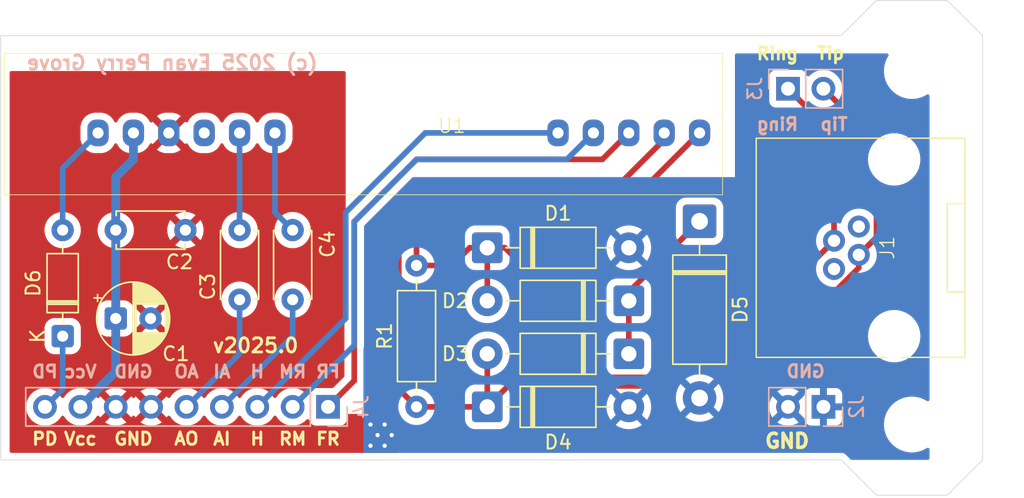
<source format=kicad_pcb>
(kicad_pcb (version 20241229) (generator "pcbnew") (generator_version "9.0")
  (layers (0 "F.Cu" signal) (2 "B.Cu" signal) (13 "F.Paste" user) (15 "B.Paste" user) (5 "F.SilkS" user "F.Silkscreen") (7 "B.SilkS" user "B.Silkscreen") (1 "F.Mask" user) (3 "B.Mask" user) (25 "Edge.Cuts" user))
  (net 0 "")
  (net 1 "/VCC")
  (net 2 "GNDREF")
  (net 3 "/Audio_Out")
  (net 4 "Net-(U1-Audio_Out)")
  (net 5 "Net-(U1-Audio_In)")
  (net 6 "/Audio_In")
  (net 7 "Net-(D2-K)")
  (net 8 "/PD")
  (net 9 "Net-(D6-A)")
  (net 10 "/Hook")
  (net 11 "/FR")
  (net 12 "/Ring")
  (net 14 "/Tip")
  (net 15 "/Ring_Mode")
  (footprint "Diode_THT:D_DO-41_SOD81_P10.16mm_Horizontal" (layer "F.Cu") (at 148.59 76.2)
    (property "Reference" "D3" (at -2.286 -3.81 0) (layer "F.SilkS"))
    (property "Value" "1N4004")
    (fp_line (start 1.34 0) (end 2.36 0) (stroke (width 0.12)) (layer "F.SilkS"))
    (fp_line (start 3.14 -1.47) (end 3.14 1.47) (stroke (width 0.12)) (layer "F.SilkS"))
    (fp_line (start 3.26 -1.47) (end 3.26 1.47) (stroke (width 0.12)) (layer "F.SilkS"))
    (fp_line (start 3.38 -1.47) (end 3.38 1.47) (stroke (width 0.12)) (layer "F.SilkS"))
    (fp_line (start 8.82 0) (end 7.8 0) (stroke (width 0.12)) (layer "F.SilkS"))
    (fp_rect (start 2.36 -1.47) (end 7.8 1.47) (stroke (width 0.12)) (fill no) (layer "F.SilkS"))
    (pad "1" thru_hole roundrect (at 0 0) (size 2.2 2.2) (drill 1.1) (layers "*.Cu" "*.Mask") (roundrect_rratio 0.113636) (net 14 "/Tip"))
    (pad "2" thru_hole circle (at 10.16 0) (size 2.2 2.2) (drill 1.1) (layers "*.Cu" "*.Mask") (net 2 "GNDREF"))
  )
  (footprint "Capacitor_THT:C_Disc_D4.7mm_W2.5mm_P5.00mm" (layer "F.Cu") (at 121.92 63.5)
    (property "Reference" "C2" (at 4.572 2.286 0) (layer "F.SilkS"))
    (property "Value" "100nF")
    (fp_line (start 0.03 -1.37) (end 0.03 -1.04) (stroke (width 0.12)) (layer "F.SilkS"))
    (fp_line (start 0.03 -1.37) (end 4.97 -1.37) (stroke (width 0.12)) (layer "F.SilkS"))
    (fp_line (start 0.03 1.04) (end 0.03 1.37) (stroke (width 0.12)) (layer "F.SilkS"))
    (fp_line (start 0.03 1.37) (end 4.97 1.37) (stroke (width 0.12)) (layer "F.SilkS"))
    (fp_line (start 4.97 -1.37) (end 4.97 -1.04) (stroke (width 0.12)) (layer "F.SilkS"))
    (fp_line (start 4.97 1.04) (end 4.97 1.37) (stroke (width 0.12)) (layer "F.SilkS"))
    (pad "1" thru_hole circle (at 0 0) (size 1.6 1.6) (drill 0.8) (layers "*.Cu" "*.Mask") (net 1 "/VCC"))
    (pad "2" thru_hole circle (at 5 0) (size 1.6 1.6) (drill 0.8) (layers "*.Cu" "*.Mask") (net 2 "GNDREF"))
  )
  (footprint "Diode_THT:D_DO-41_SOD81_P10.16mm_Horizontal" (layer "F.Cu") (at 148.59 64.77)
    (property "Reference" "D1" (at 5.08 -2.47 0) (layer "F.SilkS"))
    (property "Value" "1N4004")
    (fp_line (start 1.34 0) (end 2.36 0) (stroke (width 0.12)) (layer "F.SilkS"))
    (fp_line (start 3.14 -1.47) (end 3.14 1.47) (stroke (width 0.12)) (layer "F.SilkS"))
    (fp_line (start 3.26 -1.47) (end 3.26 1.47) (stroke (width 0.12)) (layer "F.SilkS"))
    (fp_line (start 3.38 -1.47) (end 3.38 1.47) (stroke (width 0.12)) (layer "F.SilkS"))
    (fp_line (start 8.82 0) (end 7.8 0) (stroke (width 0.12)) (layer "F.SilkS"))
    (fp_rect (start 2.36 -1.47) (end 7.8 1.47) (stroke (width 0.12)) (fill no) (layer "F.SilkS"))
    (pad "1" thru_hole roundrect (at 0 0) (size 2.2 2.2) (drill 1.1) (layers "*.Cu" "*.Mask") (roundrect_rratio 0.113636) (net 12 "/Ring"))
    (pad "2" thru_hole circle (at 10.16 0) (size 2.2 2.2) (drill 1.1) (layers "*.Cu" "*.Mask") (net 2 "GNDREF"))
  )
  (footprint "MountingHole:MountingHole_3.5mm" (layer "F.Cu") (at 179.07 52.07)
    (property "Reference" "REF**" (hide yes))
    (property "Value" "MountingHole_3.5mm")
    (pad "" np_thru_hole circle (at 0 0) (size 3.5 3.5) (drill 3.5) (layers "*.Cu" "*.Mask"))
  )
  (footprint "MountingHole:MountingHole_3.5mm" (layer "F.Cu") (at 179.07 77.47)
    (property "Reference" "REF**" (hide yes))
    (property "Value" "MountingHole_3.5mm")
    (pad "" np_thru_hole circle (at 0 0) (size 3.5 3.5) (drill 3.5) (layers "*.Cu" "*.Mask"))
  )
  (footprint "SLIC:RJ11_438600003" (layer "F.Cu") (at 177.8 64.77 90)
    (property "Reference" "J1" (at 0 -0.5 90) (layer "F.SilkS") (effects (font (thickness 0.1))))
    (property "Value" "RJ11")
    (fp_line (start 3.175 3.81) (end 3.175 5.08) (stroke (width 0.1)) (layer "F.SilkS"))
    (fp_line (start -3.175 3.81) (end 3.175 3.81) (stroke (width 0.1)) (layer "F.SilkS"))
    (fp_line (start -3.175 3.81) (end -3.175 5.08) (stroke (width 0.1)) (layer "F.SilkS"))
    (fp_rect (start -7.874 -9.906) (end 7.874 5.08) (stroke (width 0.1)) (fill no) (layer "F.SilkS"))
    (pad "" np_thru_hole circle (at -6.35 0 90) (size 3.2512 3.2512) (drill 3.2512) (layers "*.Cu" "*.Mask"))
    (pad "" thru_hole circle (at -1.524 -4.318 90) (size 1.5748 1.5748) (drill 0.889) (layers "*.Cu" "*.Mask"))
    (pad "" thru_hole circle (at 1.524 -2.54 90) (size 1.5748 1.5748) (drill 0.889) (layers "*.Cu" "*.Mask"))
    (pad "" np_thru_hole circle (at 6.35 0 90) (size 3.2512 3.2512) (drill 3.2512) (layers "*.Cu" "*.Mask"))
    (pad "1" thru_hole circle (at 0.508 -4.318 90) (size 1.5748 1.5748) (drill 0.889) (layers "*.Cu" "*.Mask") (net 12 "/Ring"))
    (pad "2" thru_hole circle (at -0.508 -2.54 90) (size 1.5748 1.5748) (drill 0.889) (layers "*.Cu" "*.Mask") (net 14 "/Tip"))
  )
  (footprint "Diode_THT:D_DO-15_P12.70mm_Horizontal" (layer "F.Cu") (at 163.83 62.865 -90)
    (property "Reference" "D5" (at 6.35 -2.92 90) (layer "F.SilkS"))
    (property "Value" "P6KE82")
    (fp_line (start 1.44 0) (end 2.43 0) (stroke (width 0.12)) (layer "F.SilkS"))
    (fp_line (start 11.26 0) (end 10.27 0) (stroke (width 0.12)) (layer "F.SilkS"))
    (fp_line (start 3.57 -1.92) (end 3.57 1.92) (stroke (width 0.12)) (layer "F.SilkS"))
    (fp_line (start 3.69 -1.92) (end 3.69 1.92) (stroke (width 0.12)) (layer "F.SilkS"))
    (fp_line (start 3.81 -1.92) (end 3.81 1.92) (stroke (width 0.12)) (layer "F.SilkS"))
    (fp_rect (start 2.43 -1.92) (end 10.27 1.92) (stroke (width 0.12)) (fill no) (layer "F.SilkS"))
    (pad "1" thru_hole roundrect (at 0 0 270) (size 2.4 2.4) (drill 1.2) (layers "*.Cu" "*.Mask") (roundrect_rratio 0.104167) (net 7 "Net-(D2-K)"))
    (pad "2" thru_hole circle (at 12.7 0 270) (size 2.4 2.4) (drill 1.2) (layers "*.Cu" "*.Mask") (net 2 "GNDREF"))
  )
  (footprint "SLIC:KS0835F" (layer "F.Cu") (at 146.05 56.515)
    (property "Reference" "U1" (at 0 -0.5 0) (layer "F.SilkS") (effects (font (thickness 0.1))))
    (property "Value" "~")
    (fp_rect (start -32.131 -5.715) (end 19.431 4.445) (stroke (width 0.05)) (fill no) (layer "F.SilkS"))
    (pad "1" thru_hole roundrect (at 17.78 0) (size 1.524 1.905) (drill 0.8001) (layers "*.Cu" "*.Mask") (roundrect_rratio 0.4) (net 12 "/Ring"))
    (pad "2" thru_hole roundrect (at 15.24 0) (size 1.524 1.905) (drill 0.8001) (layers "*.Cu" "*.Mask") (roundrect_rratio 0.4) (net 14 "/Tip"))
    (pad "3" thru_hole roundrect (at 12.7 0) (size 1.524 1.905) (drill 0.8001) (layers "*.Cu" "*.Mask") (roundrect_rratio 0.4) (net 11 "/FR"))
    (pad "4" thru_hole roundrect (at 10.16 0) (size 1.524 1.905) (drill 0.8001) (layers "*.Cu" "*.Mask") (roundrect_rratio 0.4) (net 15 "/Ring_Mode"))
    (pad "5" thru_hole roundrect (at 7.62 0) (size 1.524 1.905) (drill 0.8001) (layers "*.Cu" "*.Mask") (roundrect_rratio 0.4) (net 10 "/Hook"))
    (pad "6" thru_hole roundrect (at -12.7 0) (size 1.524 1.905) (drill 0.8001) (layers "*.Cu" "*.Mask") (roundrect_rratio 0.4) (net 5 "Net-(U1-Audio_In)"))
    (pad "7" thru_hole roundrect (at -15.24 0) (size 1.524 1.905) (drill 0.8001) (layers "*.Cu" "*.Mask") (roundrect_rratio 0.4) (net 4 "Net-(U1-Audio_Out)"))
    (pad "8" thru_hole roundrect (at -17.78 0) (size 1.524 1.905) (drill 0.8001) (layers "*.Cu" "*.Mask") (roundrect_rratio 0.4))
    (pad "9" thru_hole roundrect (at -20.32 0) (size 1.524 1.905) (drill 0.8001) (layers "*.Cu" "*.Mask") (roundrect_rratio 0.4) (net 2 "GNDREF"))
    (pad "10" thru_hole roundrect (at -22.86 0) (size 1.524 1.905) (drill 0.8001) (layers "*.Cu" "*.Mask") (roundrect_rratio 0.4) (net 1 "/VCC"))
    (pad "11" thru_hole roundrect (at -25.4 0) (size 1.524 1.905) (drill 0.8001) (layers "*.Cu" "*.Mask") (roundrect_rratio 0.4) (net 9 "Net-(D6-A)"))
  )
  (footprint "Capacitor_THT:CP_Radial_D5.0mm_P2.50mm" (layer "F.Cu") (at 121.92 69.85)
    (property "Reference" "C1" (at 4.318 2.54 0) (layer "F.SilkS"))
    (property "Value" "10uF")
    (fp_line (start -1.554775 -1.475) (end -1.054775 -1.475) (stroke (width 0.12)) (layer "F.SilkS"))
    (fp_line (start -1.304775 -1.725) (end -1.304775 -1.225) (stroke (width 0.12)) (layer "F.SilkS"))
    (fp_line (start 1.25 -2.58) (end 1.25 2.58) (stroke (width 0.12)) (layer "F.SilkS"))
    (fp_line (start 1.29 -2.58) (end 1.29 2.58) (stroke (width 0.12)) (layer "F.SilkS"))
    (fp_line (start 1.33 -2.579) (end 1.33 2.579) (stroke (width 0.12)) (layer "F.SilkS"))
    (fp_line (start 1.37 -2.577) (end 1.37 2.577) (stroke (width 0.12)) (layer "F.SilkS"))
    (fp_line (start 1.41 -2.575) (end 1.41 2.575) (stroke (width 0.12)) (layer "F.SilkS"))
    (fp_line (start 1.45 -2.572) (end 1.45 2.572) (stroke (width 0.12)) (layer "F.SilkS"))
    (fp_line (start 1.49 -2.569) (end 1.49 -1.04) (stroke (width 0.12)) (layer "F.SilkS"))
    (fp_line (start 1.49 1.04) (end 1.49 2.569) (stroke (width 0.12)) (layer "F.SilkS"))
    (fp_line (start 1.53 -2.565) (end 1.53 -1.04) (stroke (width 0.12)) (layer "F.SilkS"))
    (fp_line (start 1.53 1.04) (end 1.53 2.565) (stroke (width 0.12)) (layer "F.SilkS"))
    (fp_line (start 1.57 -2.56) (end 1.57 -1.04) (stroke (width 0.12)) (layer "F.SilkS"))
    (fp_line (start 1.57 1.04) (end 1.57 2.56) (stroke (width 0.12)) (layer "F.SilkS"))
    (fp_line (start 1.61 -2.555) (end 1.61 -1.04) (stroke (width 0.12)) (layer "F.SilkS"))
    (fp_line (start 1.61 1.04) (end 1.61 2.555) (stroke (width 0.12)) (layer "F.SilkS"))
    (fp_line (start 1.65 -2.549) (end 1.65 -1.04) (stroke (width 0.12)) (layer "F.SilkS"))
    (fp_line (start 1.65 1.04) (end 1.65 2.549) (stroke (width 0.12)) (layer "F.SilkS"))
    (fp_line (start 1.69 -2.543) (end 1.69 -1.04) (stroke (width 0.12)) (layer "F.SilkS"))
    (fp_line (start 1.69 1.04) (end 1.69 2.543) (stroke (width 0.12)) (layer "F.SilkS"))
    (fp_line (start 1.73 -2.536) (end 1.73 -1.04) (stroke (width 0.12)) (layer "F.SilkS"))
    (fp_line (start 1.73 1.04) (end 1.73 2.536) (stroke (width 0.12)) (layer "F.SilkS"))
    (fp_line (start 1.77 -2.528) (end 1.77 -1.04) (stroke (width 0.12)) (layer "F.SilkS"))
    (fp_line (start 1.77 1.04) (end 1.77 2.528) (stroke (width 0.12)) (layer "F.SilkS"))
    (fp_line (start 1.81 -2.519) (end 1.81 -1.04) (stroke (width 0.12)) (layer "F.SilkS"))
    (fp_line (start 1.81 1.04) (end 1.81 2.519) (stroke (width 0.12)) (layer "F.SilkS"))
    (fp_line (start 1.85 -2.51) (end 1.85 -1.04) (stroke (width 0.12)) (layer "F.SilkS"))
    (fp_line (start 1.85 1.04) (end 1.85 2.51) (stroke (width 0.12)) (layer "F.SilkS"))
    (fp_line (start 1.89 -2.501) (end 1.89 -1.04) (stroke (width 0.12)) (layer "F.SilkS"))
    (fp_line (start 1.89 1.04) (end 1.89 2.501) (stroke (width 0.12)) (layer "F.SilkS"))
    (fp_line (start 1.93 -2.49) (end 1.93 -1.04) (stroke (width 0.12)) (layer "F.SilkS"))
    (fp_line (start 1.93 1.04) (end 1.93 2.49) (stroke (width 0.12)) (layer "F.SilkS"))
    (fp_line (start 1.97 -2.479) (end 1.97 -1.04) (stroke (width 0.12)) (layer "F.SilkS"))
    (fp_line (start 1.97 1.04) (end 1.97 2.479) (stroke (width 0.12)) (layer "F.SilkS"))
    (fp_line (start 2.01 -2.467) (end 2.01 -1.04) (stroke (width 0.12)) (layer "F.SilkS"))
    (fp_line (start 2.01 1.04) (end 2.01 2.467) (stroke (width 0.12)) (layer "F.SilkS"))
    (fp_line (start 2.05 -2.455) (end 2.05 -1.04) (stroke (width 0.12)) (layer "F.SilkS"))
    (fp_line (start 2.05 1.04) (end 2.05 2.455) (stroke (width 0.12)) (layer "F.SilkS"))
    (fp_line (start 2.09 -2.442) (end 2.09 -1.04) (stroke (width 0.12)) (layer "F.SilkS"))
    (fp_line (start 2.09 1.04) (end 2.09 2.442) (stroke (width 0.12)) (layer "F.SilkS"))
    (fp_line (start 2.13 -2.428) (end 2.13 -1.04) (stroke (width 0.12)) (layer "F.SilkS"))
    (fp_line (start 2.13 1.04) (end 2.13 2.428) (stroke (width 0.12)) (layer "F.SilkS"))
    (fp_line (start 2.17 -2.413) (end 2.17 -1.04) (stroke (width 0.12)) (layer "F.SilkS"))
    (fp_line (start 2.17 1.04) (end 2.17 2.413) (stroke (width 0.12)) (layer "F.SilkS"))
    (fp_line (start 2.21 -2.398) (end 2.21 -1.04) (stroke (width 0.12)) (layer "F.SilkS"))
    (fp_line (start 2.21 1.04) (end 2.21 2.398) (stroke (width 0.12)) (layer "F.SilkS"))
    (fp_line (start 2.25 -2.382) (end 2.25 -1.04) (stroke (width 0.12)) (layer "F.SilkS"))
    (fp_line (start 2.25 1.04) (end 2.25 2.382) (stroke (width 0.12)) (layer "F.SilkS"))
    (fp_line (start 2.29 -2.365) (end 2.29 -1.04) (stroke (width 0.12)) (layer "F.SilkS"))
    (fp_line (start 2.29 1.04) (end 2.29 2.365) (stroke (width 0.12)) (layer "F.SilkS"))
    (fp_line (start 2.33 -2.347) (end 2.33 -1.04) (stroke (width 0.12)) (layer "F.SilkS"))
    (fp_line (start 2.33 1.04) (end 2.33 2.347) (stroke (width 0.12)) (layer "F.SilkS"))
    (fp_line (start 2.37 -2.329) (end 2.37 -1.04) (stroke (width 0.12)) (layer "F.SilkS"))
    (fp_line (start 2.37 1.04) (end 2.37 2.329) (stroke (width 0.12)) (layer "F.SilkS"))
    (fp_line (start 2.41 -2.309) (end 2.41 -1.04) (stroke (width 0.12)) (layer "F.SilkS"))
    (fp_line (start 2.41 1.04) (end 2.41 2.309) (stroke (width 0.12)) (layer "F.SilkS"))
    (fp_line (start 2.45 -2.289) (end 2.45 -1.04) (stroke (width 0.12)) (layer "F.SilkS"))
    (fp_line (start 2.45 1.04) (end 2.45 2.289) (stroke (width 0.12)) (layer "F.SilkS"))
    (fp_line (start 2.49 -2.268) (end 2.49 -1.04) (stroke (width 0.12)) (layer "F.SilkS"))
    (fp_line (start 2.49 1.04) (end 2.49 2.268) (stroke (width 0.12)) (layer "F.SilkS"))
    (fp_line (start 2.53 -2.246) (end 2.53 -1.04) (stroke (width 0.12)) (layer "F.SilkS"))
    (fp_line (start 2.53 1.04) (end 2.53 2.246) (stroke (width 0.12)) (layer "F.SilkS"))
    (fp_line (start 2.57 -2.223) (end 2.57 -1.04) (stroke (width 0.12)) (layer "F.SilkS"))
    (fp_line (start 2.57 1.04) (end 2.57 2.223) (stroke (width 0.12)) (layer "F.SilkS"))
    (fp_line (start 2.61 -2.199) (end 2.61 -1.04) (stroke (width 0.12)) (layer "F.SilkS"))
    (fp_line (start 2.61 1.04) (end 2.61 2.199) (stroke (width 0.12)) (layer "F.SilkS"))
    (fp_line (start 2.65 -2.175) (end 2.65 -1.04) (stroke (width 0.12)) (layer "F.SilkS"))
    (fp_line (start 2.65 1.04) (end 2.65 2.175) (stroke (width 0.12)) (layer "F.SilkS"))
    (fp_line (start 2.69 -2.149) (end 2.69 -1.04) (stroke (width 0.12)) (layer "F.SilkS"))
    (fp_line (start 2.69 1.04) (end 2.69 2.149) (stroke (width 0.12)) (layer "F.SilkS"))
    (fp_line (start 2.73 -2.122) (end 2.73 -1.04) (stroke (width 0.12)) (layer "F.SilkS"))
    (fp_line (start 2.73 1.04) (end 2.73 2.122) (stroke (width 0.12)) (layer "F.SilkS"))
    (fp_line (start 2.77 -2.094) (end 2.77 -1.04) (stroke (width 0.12)) (layer "F.SilkS"))
    (fp_line (start 2.77 1.04) (end 2.77 2.094) (stroke (width 0.12)) (layer "F.SilkS"))
    (fp_line (start 2.81 -2.065) (end 2.81 -1.04) (stroke (width 0.12)) (layer "F.SilkS"))
    (fp_line (start 2.81 1.04) (end 2.81 2.065) (stroke (width 0.12)) (layer "F.SilkS"))
    (fp_line (start 2.85 -2.035) (end 2.85 -1.04) (stroke (width 0.12)) (layer "F.SilkS"))
    (fp_line (start 2.85 1.04) (end 2.85 2.035) (stroke (width 0.12)) (layer "F.SilkS"))
    (fp_line (start 2.89 -2.003) (end 2.89 -1.04) (stroke (width 0.12)) (layer "F.SilkS"))
    (fp_line (start 2.89 1.04) (end 2.89 2.003) (stroke (width 0.12)) (layer "F.SilkS"))
    (fp_line (start 2.93 -1.97) (end 2.93 -1.04) (stroke (width 0.12)) (layer "F.SilkS"))
    (fp_line (start 2.93 1.04) (end 2.93 1.97) (stroke (width 0.12)) (layer "F.SilkS"))
    (fp_line (start 2.97 -1.936) (end 2.97 -1.04) (stroke (width 0.12)) (layer "F.SilkS"))
    (fp_line (start 2.97 1.04) (end 2.97 1.936) (stroke (width 0.12)) (layer "F.SilkS"))
    (fp_line (start 3.01 -1.901) (end 3.01 -1.04) (stroke (width 0.12)) (layer "F.SilkS"))
    (fp_line (start 3.01 1.04) (end 3.01 1.901) (stroke (width 0.12)) (layer "F.SilkS"))
    (fp_line (start 3.05 -1.864) (end 3.05 -1.04) (stroke (width 0.12)) (layer "F.SilkS"))
    (fp_line (start 3.05 1.04) (end 3.05 1.864) (stroke (width 0.12)) (layer "F.SilkS"))
    (fp_line (start 3.09 -1.825) (end 3.09 -1.04) (stroke (width 0.12)) (layer "F.SilkS"))
    (fp_line (start 3.09 1.04) (end 3.09 1.825) (stroke (width 0.12)) (layer "F.SilkS"))
    (fp_line (start 3.13 -1.785) (end 3.13 -1.04) (stroke (width 0.12)) (layer "F.SilkS"))
    (fp_line (start 3.13 1.04) (end 3.13 1.785) (stroke (width 0.12)) (layer "F.SilkS"))
    (fp_line (start 3.17 -1.743) (end 3.17 -1.04) (stroke (width 0.12)) (layer "F.SilkS"))
    (fp_line (start 3.17 1.04) (end 3.17 1.743) (stroke (width 0.12)) (layer "F.SilkS"))
    (fp_line (start 3.21 -1.699) (end 3.21 -1.04) (stroke (width 0.12)) (layer "F.SilkS"))
    (fp_line (start 3.21 1.04) (end 3.21 1.699) (stroke (width 0.12)) (layer "F.SilkS"))
    (fp_line (start 3.25 -1.652) (end 3.25 -1.04) (stroke (width 0.12)) (layer "F.SilkS"))
    (fp_line (start 3.25 1.04) (end 3.25 1.652) (stroke (width 0.12)) (layer "F.SilkS"))
    (fp_line (start 3.29 -1.604) (end 3.29 -1.04) (stroke (width 0.12)) (layer "F.SilkS"))
    (fp_line (start 3.29 1.04) (end 3.29 1.604) (stroke (width 0.12)) (layer "F.SilkS"))
    (fp_line (start 3.33 -1.553) (end 3.33 -1.04) (stroke (width 0.12)) (layer "F.SilkS"))
    (fp_line (start 3.33 1.04) (end 3.33 1.553) (stroke (width 0.12)) (layer "F.SilkS"))
    (fp_line (start 3.37 -1.499) (end 3.37 -1.04) (stroke (width 0.12)) (layer "F.SilkS"))
    (fp_line (start 3.37 1.04) (end 3.37 1.499) (stroke (width 0.12)) (layer "F.SilkS"))
    (fp_line (start 3.41 -1.443) (end 3.41 -1.04) (stroke (width 0.12)) (layer "F.SilkS"))
    (fp_line (start 3.41 1.04) (end 3.41 1.443) (stroke (width 0.12)) (layer "F.SilkS"))
    (fp_line (start 3.45 -1.383) (end 3.45 -1.04) (stroke (width 0.12)) (layer "F.SilkS"))
    (fp_line (start 3.45 1.04) (end 3.45 1.383) (stroke (width 0.12)) (layer "F.SilkS"))
    (fp_line (start 3.49 -1.319) (end 3.49 -1.04) (stroke (width 0.12)) (layer "F.SilkS"))
    (fp_line (start 3.49 1.04) (end 3.49 1.319) (stroke (width 0.12)) (layer "F.SilkS"))
    (fp_line (start 3.53 -1.251) (end 3.53 -1.04) (stroke (width 0.12)) (layer "F.SilkS"))
    (fp_line (start 3.53 1.04) (end 3.53 1.251) (stroke (width 0.12)) (layer "F.SilkS"))
    (fp_line (start 3.57 -1.177) (end 3.57 1.177) (stroke (width 0.12)) (layer "F.SilkS"))
    (fp_line (start 3.61 -1.098) (end 3.61 1.098) (stroke (width 0.12)) (layer "F.SilkS"))
    (fp_line (start 3.65 -1.011) (end 3.65 1.011) (stroke (width 0.12)) (layer "F.SilkS"))
    (fp_line (start 3.69 -0.914) (end 3.69 0.914) (stroke (width 0.12)) (layer "F.SilkS"))
    (fp_line (start 3.73 -0.805) (end 3.73 0.805) (stroke (width 0.12)) (layer "F.SilkS"))
    (fp_line (start 3.77 -0.677) (end 3.77 0.677) (stroke (width 0.12)) (layer "F.SilkS"))
    (fp_line (start 3.81 -0.517) (end 3.81 0.517) (stroke (width 0.12)) (layer "F.SilkS"))
    (fp_line (start 3.85 -0.283) (end 3.85 0.283) (stroke (width 0.12)) (layer "F.SilkS"))
    (fp_circle (center 1.25 0) (end 3.87 0) (stroke (width 0.12)) (fill no) (layer "F.SilkS"))
    (pad "1" thru_hole roundrect (at 0 0) (size 1.6 1.6) (drill 0.8) (layers "*.Cu" "*.Mask") (roundrect_rratio 0.15625) (net 1 "/VCC"))
    (pad "2" thru_hole circle (at 2.5 0) (size 1.6 1.6) (drill 0.8) (layers "*.Cu" "*.Mask") (net 2 "GNDREF"))
  )
  (footprint "Diode_THT:D_DO-35_SOD27_P7.62mm_Horizontal" (layer "F.Cu") (at 118.11 71.12 90)
    (property "Reference" "D6" (at 3.81 -2.12 90) (layer "F.SilkS"))
    (property "Value" "1N4148")
    (fp_line (start 2.53 -1.12) (end 2.53 1.12) (stroke (width 0.12)) (layer "F.SilkS"))
    (fp_line (start 2.41 -1.12) (end 2.41 1.12) (stroke (width 0.12)) (layer "F.SilkS"))
    (fp_line (start 2.29 -1.12) (end 2.29 1.12) (stroke (width 0.12)) (layer "F.SilkS"))
    (fp_line (start 6.58 0) (end 5.93 0) (stroke (width 0.12)) (layer "F.SilkS"))
    (fp_line (start 1.04 0) (end 1.69 0) (stroke (width 0.12)) (layer "F.SilkS"))
    (fp_rect (start 1.69 -1.12) (end 5.93 1.12) (stroke (width 0.12)) (fill no) (layer "F.SilkS"))
    (fp_text user "K" (at 0 -1.8 90) (layer "F.SilkS"))
    (pad "1" thru_hole roundrect (at 0 0 90) (size 1.6 1.6) (drill 0.8) (layers "*.Cu" "*.Mask") (roundrect_rratio 0.15625) (net 8 "/PD"))
    (pad "2" thru_hole circle (at 7.62 0 90) (size 1.6 1.6) (drill 0.8) (layers "*.Cu" "*.Mask") (net 9 "Net-(D6-A)"))
  )
  (footprint "Resistor_THT:R_Axial_DIN0207_L6.3mm_D2.5mm_P10.16mm_Horizontal" (layer "F.Cu") (at 143.51 66.04 -90)
    (property "Reference" "R1" (at 5.08 2.286 90) (layer "F.SilkS"))
    (property "Value" "1M")
    (fp_line (start 1.04 0) (end 1.81 0) (stroke (width 0.12)) (layer "F.SilkS"))
    (fp_line (start 9.12 0) (end 8.35 0) (stroke (width 0.12)) (layer "F.SilkS"))
    (fp_rect (start 1.81 -1.37) (end 8.35 1.37) (stroke (width 0.12)) (fill no) (layer "F.SilkS"))
    (pad "1" thru_hole circle (at 0 0 270) (size 1.6 1.6) (drill 0.8) (layers "*.Cu" "*.Mask") (net 12 "/Ring"))
    (pad "2" thru_hole circle (at 10.16 0 270) (size 1.6 1.6) (drill 0.8) (layers "*.Cu" "*.Mask") (net 14 "/Tip"))
  )
  (footprint "Capacitor_THT:C_Disc_D4.7mm_W2.5mm_P5.00mm" (layer "F.Cu") (at 130.81 63.5 -90)
    (property "Reference" "C3" (at 4.064 2.286 90) (layer "F.SilkS"))
    (property "Value" "100nF")
    (fp_line (start 0.03 1.37) (end 4.97 1.37) (stroke (width 0.12)) (layer "F.SilkS"))
    (fp_line (start 0.03 1.04) (end 0.03 1.37) (stroke (width 0.12)) (layer "F.SilkS"))
    (fp_line (start 4.97 1.04) (end 4.97 1.37) (stroke (width 0.12)) (layer "F.SilkS"))
    (fp_line (start 0.03 -1.37) (end 0.03 -1.04) (stroke (width 0.12)) (layer "F.SilkS"))
    (fp_line (start 0.03 -1.37) (end 4.97 -1.37) (stroke (width 0.12)) (layer "F.SilkS"))
    (fp_line (start 4.97 -1.37) (end 4.97 -1.04) (stroke (width 0.12)) (layer "F.SilkS"))
    (pad "1" thru_hole circle (at 0 0 270) (size 1.6 1.6) (drill 0.8) (layers "*.Cu" "*.Mask") (net 4 "Net-(U1-Audio_Out)"))
    (pad "2" thru_hole circle (at 5 0 270) (size 1.6 1.6) (drill 0.8) (layers "*.Cu" "*.Mask") (net 3 "/Audio_Out"))
  )
  (footprint "Diode_THT:D_DO-41_SOD81_P10.16mm_Horizontal" (layer "F.Cu") (at 158.75 68.58 180)
    (property "Reference" "D2" (at 12.446 0 0) (layer "F.SilkS"))
    (property "Value" "1N4004")
    (fp_line (start 8.82 0) (end 7.8 0) (stroke (width 0.12)) (layer "F.SilkS"))
    (fp_line (start 3.38 -1.47) (end 3.38 1.47) (stroke (width 0.12)) (layer "F.SilkS"))
    (fp_line (start 3.26 -1.47) (end 3.26 1.47) (stroke (width 0.12)) (layer "F.SilkS"))
    (fp_line (start 3.14 -1.47) (end 3.14 1.47) (stroke (width 0.12)) (layer "F.SilkS"))
    (fp_line (start 1.34 0) (end 2.36 0) (stroke (width 0.12)) (layer "F.SilkS"))
    (fp_rect (start 2.36 -1.47) (end 7.8 1.47) (stroke (width 0.12)) (fill no) (layer "F.SilkS"))
    (pad "1" thru_hole roundrect (at 0 0 180) (size 2.2 2.2) (drill 1.1) (layers "*.Cu" "*.Mask") (roundrect_rratio 0.113636) (net 7 "Net-(D2-K)"))
    (pad "2" thru_hole circle (at 10.16 0 180) (size 2.2 2.2) (drill 1.1) (layers "*.Cu" "*.Mask") (net 12 "/Ring"))
  )
  (footprint "Capacitor_THT:C_Disc_D4.7mm_W2.5mm_P5.00mm" (layer "F.Cu") (at 134.62 63.5 -90)
    (property "Reference" "C4" (at 1.016 -2.5 90) (layer "F.SilkS"))
    (property "Value" "100nF")
    (fp_line (start 0.03 1.37) (end 4.97 1.37) (stroke (width 0.12)) (layer "F.SilkS"))
    (fp_line (start 0.03 1.04) (end 0.03 1.37) (stroke (width 0.12)) (layer "F.SilkS"))
    (fp_line (start 4.97 1.04) (end 4.97 1.37) (stroke (width 0.12)) (layer "F.SilkS"))
    (fp_line (start 0.03 -1.37) (end 0.03 -1.04) (stroke (width 0.12)) (layer "F.SilkS"))
    (fp_line (start 0.03 -1.37) (end 4.97 -1.37) (stroke (width 0.12)) (layer "F.SilkS"))
    (fp_line (start 4.97 -1.37) (end 4.97 -1.04) (stroke (width 0.12)) (layer "F.SilkS"))
    (pad "1" thru_hole circle (at 0 0 270) (size 1.6 1.6) (drill 0.8) (layers "*.Cu" "*.Mask") (net 5 "Net-(U1-Audio_In)"))
    (pad "2" thru_hole circle (at 5 0 270) (size 1.6 1.6) (drill 0.8) (layers "*.Cu" "*.Mask") (net 6 "/Audio_In"))
  )
  (footprint "Diode_THT:D_DO-41_SOD81_P10.16mm_Horizontal" (layer "F.Cu") (at 158.75 72.39 180)
    (property "Reference" "D4" (at 5.08 -6.35 0) (layer "F.SilkS"))
    (property "Value" "1N4004")
    (fp_line (start 8.82 0) (end 7.8 0) (stroke (width 0.12)) (layer "F.SilkS"))
    (fp_line (start 3.38 -1.47) (end 3.38 1.47) (stroke (width 0.12)) (layer "F.SilkS"))
    (fp_line (start 3.26 -1.47) (end 3.26 1.47) (stroke (width 0.12)) (layer "F.SilkS"))
    (fp_line (start 3.14 -1.47) (end 3.14 1.47) (stroke (width 0.12)) (layer "F.SilkS"))
    (fp_line (start 1.34 0) (end 2.36 0) (stroke (width 0.12)) (layer "F.SilkS"))
    (fp_rect (start 2.36 -1.47) (end 7.8 1.47) (stroke (width 0.12)) (fill no) (layer "F.SilkS"))
    (pad "1" thru_hole roundrect (at 0 0 180) (size 2.2 2.2) (drill 1.1) (layers "*.Cu" "*.Mask") (roundrect_rratio 0.113636) (net 7 "Net-(D2-K)"))
    (pad "2" thru_hole circle (at 10.16 0 180) (size 2.2 2.2) (drill 1.1) (layers "*.Cu" "*.Mask") (net 14 "/Tip"))
  )
  (footprint "Connector_PinHeader_2.54mm:PinHeader_1x02_P2.54mm_Vertical" (layer "B.Cu") (at 170.18 53.34 -90)
    (property "Reference" "J3" (at 0 2.38 90) (layer "B.SilkS") (effects (justify mirror)))
    (property "Value" "Conn_01x02_Pin")
    (fp_line (start -1.38 1.38) (end 0 1.38) (stroke (width 0.12)) (layer "B.SilkS"))
    (fp_line (start -1.38 0) (end -1.38 1.38) (stroke (width 0.12)) (layer "B.SilkS"))
    (fp_line (start -1.38 -1.27) (end 1.38 -1.27) (stroke (width 0.12)) (layer "B.SilkS"))
    (fp_line (start -1.38 -1.27) (end -1.38 -3.92) (stroke (width 0.12)) (layer "B.SilkS"))
    (fp_line (start 1.38 -1.27) (end 1.38 -3.92) (stroke (width 0.12)) (layer "B.SilkS"))
    (fp_line (start -1.38 -3.92) (end 1.38 -3.92) (stroke (width 0.12)) (layer "B.SilkS"))
    (pad "1" thru_hole rect (at 0 0 270) (size 1.7 1.7) (drill 1) (layers "*.Cu" "*.Mask") (net 12 "/Ring"))
    (pad "2" thru_hole circle (at 0 -2.54 270) (size 1.7 1.7) (drill 1) (layers "*.Cu" "*.Mask") (net 14 "/Tip"))
  )
  (footprint "Connector_PinHeader_2.54mm:PinHeader_1x02_P2.54mm_Vertical" (layer "B.Cu") (at 172.72 76.2 90)
    (property "Reference" "J2" (at 0 2.38 90) (layer "B.SilkS") (effects (justify mirror)))
    (property "Value" "Conn_01x02_Pin")
    (fp_line (start -1.38 -3.92) (end 1.38 -3.92) (stroke (width 0.12)) (layer "B.SilkS"))
    (fp_line (start 1.38 -1.27) (end 1.38 -3.92) (stroke (width 0.12)) (layer "B.SilkS"))
    (fp_line (start -1.38 -1.27) (end -1.38 -3.92) (stroke (width 0.12)) (layer "B.SilkS"))
    (fp_line (start -1.38 -1.27) (end 1.38 -1.27) (stroke (width 0.12)) (layer "B.SilkS"))
    (fp_line (start -1.38 0) (end -1.38 1.38) (stroke (width 0.12)) (layer "B.SilkS"))
    (fp_line (start -1.38 1.38) (end 0 1.38) (stroke (width 0.12)) (layer "B.SilkS"))
    (pad "1" thru_hole rect (at 0 0 90) (size 1.7 1.7) (drill 1) (layers "*.Cu" "*.Mask") (net 2 "GNDREF"))
    (pad "2" thru_hole circle (at 0 -2.54 90) (size 1.7 1.7) (drill 1) (layers "*.Cu" "*.Mask") (net 2 "GNDREF"))
  )
  (footprint "Connector_PinHeader_2.54mm:PinHeader_1x09_P2.54mm_Vertical" (layer "B.Cu") (at 137.16 76.2 90)
    (property "Reference" "J4" (at 0 2.38 90) (layer "B.SilkS") (effects (justify mirror)))
    (property "Value" "Conn_01x09_Pin")
    (fp_line (start -1.38 -21.7) (end 1.38 -21.7) (stroke (width 0.12)) (layer "B.SilkS"))
    (fp_line (start 1.38 -1.27) (end 1.38 -21.7) (stroke (width 0.12)) (layer "B.SilkS"))
    (fp_line (start -1.38 -1.27) (end -1.38 -21.7) (stroke (width 0.12)) (layer "B.SilkS"))
    (fp_line (start -1.38 -1.27) (end 1.38 -1.27) (stroke (width 0.12)) (layer "B.SilkS"))
    (fp_line (start -1.38 0) (end -1.38 1.38) (stroke (width 0.12)) (layer "B.SilkS"))
    (fp_line (start -1.38 1.38) (end 0 1.38) (stroke (width 0.12)) (layer "B.SilkS"))
    (pad "1" thru_hole rect (at 0 0 90) (size 1.7 1.7) (drill 1) (layers "*.Cu" "*.Mask") (net 11 "/FR"))
    (pad "2" thru_hole circle (at 0 -2.54 90) (size 1.7 1.7) (drill 1) (layers "*.Cu" "*.Mask") (net 15 "/Ring_Mode"))
    (pad "3" thru_hole circle (at 0 -5.08 90) (size 1.7 1.7) (drill 1) (layers "*.Cu" "*.Mask") (net 10 "/Hook"))
    (pad "4" thru_hole circle (at 0 -7.62 90) (size 1.7 1.7) (drill 1) (layers "*.Cu" "*.Mask") (net 6 "/Audio_In"))
    (pad "5" thru_hole circle (at 0 -10.16 90) (size 1.7 1.7) (drill 1) (layers "*.Cu" "*.Mask") (net 3 "/Audio_Out"))
    (pad "6" thru_hole circle (at 0 -12.7 90) (size 1.7 1.7) (drill 1) (layers "*.Cu" "*.Mask") (net 2 "GNDREF"))
    (pad "7" thru_hole circle (at 0 -15.24 90) (size 1.7 1.7) (drill 1) (layers "*.Cu" "*.Mask") (net 2 "GNDREF"))
    (pad "8" thru_hole circle (at 0 -17.78 90) (size 1.7 1.7) (drill 1) (layers "*.Cu" "*.Mask") (net 1 "/VCC"))
    (pad "9" thru_hole circle (at 0 -20.32 90) (size 1.7 1.7) (drill 1) (layers "*.Cu" "*.Mask") (net 8 "/PD"))
  )
  (gr_poly (pts (xy 113.665 49.53) (xy 173.99 49.53) (xy 176.53 46.99) (xy 181.61 46.99) (xy 184.15 49.53) (xy 184.15 80.01) (xy 181.61 82.55) (xy 176.53 82.55) (xy 173.99 80.01) (xy 113.665 80.01)) (stroke (width 0.05)) (fill no) (layer "Edge.Cuts"))
  (gr_text "FR" (at 137.16 77.978 0) (layer "F.SilkS") (effects (font (size 0.889 0.889) (thickness 0.2032) (bold yes)) (justify top)))
  (gr_text "Tip" (at 173.228 51.308 0) (layer "F.SilkS") (effects (font (size 0.889 0.889) (thickness 0.2032) (bold yes)) (justify bottom)))
  (gr_text "GND" (at 168.4 79.248 0) (layer "F.SilkS") (effects (font (size 1.016 1.016) (thickness 0.254) (bold yes)) (justify left bottom)))
  (gr_text "H" (at 132.08 77.978 0) (layer "F.SilkS") (effects (font (size 0.889 0.889) (thickness 0.2032) (bold yes)) (justify top)))
  (gr_text "Ring" (at 169.418 50.292 0) (layer "F.SilkS") (effects (font (size 0.889 0.889) (thickness 0.2032) (bold yes)) (justify top)))
  (gr_text "Vcc" (at 119.38 77.978 0) (layer "F.SilkS") (effects (font (size 0.889 0.889) (thickness 0.2032) (bold yes)) (justify top)))
  (gr_text "v2025.0" (at 128.778 72.39 0) (layer "F.SilkS") (effects (font (size 1.016 1.016) (thickness 0.2032) (bold yes)) (justify left bottom)))
  (gr_text "RM" (at 134.62 77.978 0) (layer "F.SilkS") (effects (font (size 0.889 0.889) (thickness 0.2032) (bold yes)) (justify top)))
  (gr_text "PD" (at 116.84 77.978 0) (layer "F.SilkS") (effects (font (size 0.889 0.889) (thickness 0.2032) (bold yes)) (justify top)))
  (gr_text "AO" (at 127 77.97 0) (layer "F.SilkS") (effects (font (size 0.889 0.889) (thickness 0.2032) (bold yes)) (justify top)))
  (gr_text "GND" (at 123.19 77.978 0) (layer "F.SilkS") (effects (font (size 0.889 0.889) (thickness 0.2032) (bold yes)) (justify top)))
  (gr_text "AI" (at 129.54 77.978 0) (layer "F.SilkS") (effects (font (size 0.889 0.889) (thickness 0.2032) (bold yes)) (justify top)))
  (gr_text "AO" (at 127 73.144 0) (layer "B.SilkS") (effects (font (size 0.889 0.889) (thickness 0.2032) (bold yes)) (justify top mirror)))
  (gr_text "GND" (at 171.445 74.168 0) (layer "B.SilkS") (effects (font (size 0.889 0.889) (thickness 0.2032) (bold yes)) (justify bottom mirror)))
  (gr_text "AI" (at 129.54 73.152 0) (layer "B.SilkS") (effects (font (size 0.889 0.889) (thickness 0.2032) (bold yes)) (justify top mirror)))
  (gr_text "Vcc" (at 119.38 73.152 0) (layer "B.SilkS") (effects (font (size 0.889 0.889) (thickness 0.2032) (bold yes)) (justify top mirror)))
  (gr_text "Ring" (at 169.418 55.372 0) (layer "B.SilkS") (effects (font (size 0.889 0.889) (thickness 0.2032) (bold yes)) (justify top mirror)))
  (gr_text "PD" (at 116.84 73.152 0) (layer "B.SilkS") (effects (font (size 0.889 0.889) (thickness 0.2032) (bold yes)) (justify top mirror)))
  (gr_text "H" (at 132.08 73.152 0) (layer "B.SilkS") (effects (font (size 0.889 0.889) (thickness 0.2032) (bold yes)) (justify top mirror)))
  (gr_text "GND" (at 123.19 73.152 0) (layer "B.SilkS") (effects (font (size 0.889 0.889) (thickness 0.2032) (bold yes)) (justify top mirror)))
  (gr_text "RM" (at 134.62 73.152 0) (layer "B.SilkS") (effects (font (size 0.889 0.889) (thickness 0.2032) (bold yes)) (justify top mirror)))
  (gr_text "Tip" (at 173.482 55.372 0) (layer "B.SilkS") (effects (font (size 0.889 0.889) (thickness 0.2032) (bold yes)) (justify top mirror)))
  (gr_text "FR" (at 137.16 73.152 0) (layer "B.SilkS") (effects (font (size 0.889 0.889) (thickness 0.2032) (bold yes)) (justify top mirror)))
  (gr_text "(c) 2025 Evan Perry Grove" (at 136.525 52.07 0) (layer "B.SilkS") (effects (font (size 1.016 1.016) (thickness 0.2032) (bold yes)) (justify left bottom mirror)))
  (segment (start 121.92 59.69) (end 123.19 58.42) (width 0.635) (layer "B.Cu") (net 1))
  (segment (start 119.38 76.2) (end 121.92 73.66) (width 0.635) (layer "B.Cu") (net 1))
  (segment (start 121.92 73.66) (end 121.92 69.85) (width 0.635) (layer "B.Cu") (net 1))
  (segment (start 123.19 58.42) (end 123.19 56.515) (width 0.635) (layer "B.Cu") (net 1))
  (segment (start 121.92 69.85) (end 121.92 63.5) (width 0.635) (layer "B.Cu") (net 1))
  (segment (start 121.92 63.5) (end 121.92 59.69) (width 0.635) (layer "B.Cu") (net 1))
  (via (at 140.208 77.47) (size 0.635) (drill 0.3048) (layers "F.Cu" "B.Cu") (net 2))
  (via (at 140.716 78.232) (size 0.635) (drill 0.3048) (layers "F.Cu" "B.Cu") (net 2))
  (via (at 141.732 78.232) (size 0.635) (drill 0.3048) (layers "F.Cu" "B.Cu") (net 2))
  (via (at 141.224 78.994) (size 0.635) (drill 0.3048) (layers "F.Cu" "B.Cu") (net 2))
  (via (at 140.208 78.994) (size 0.635) (drill 0.3048) (layers "F.Cu" "B.Cu") (net 2))
  (via (at 141.224 77.47) (size 0.635) (drill 0.3048) (layers "F.Cu" "B.Cu") (net 2))
  (segment (start 130.81 72.39) (end 130.81 68.5) (width 0.4064) (layer "B.Cu") (net 3))
  (segment (start 127 76.2) (end 130.81 72.39) (width 0.4064) (layer "B.Cu") (net 3))
  (segment (start 130.81 56.515) (end 130.81 63.5) (width 0.4064) (layer "B.Cu") (net 4))
  (segment (start 133.35 56.515) (end 133.35 62.23) (width 0.4064) (layer "B.Cu") (net 5))
  (segment (start 133.35 62.23) (end 134.62 63.5) (width 0.4064) (layer "B.Cu") (net 5))
  (segment (start 129.54 76.2) (end 134.62 71.12) (width 0.4064) (layer "B.Cu") (net 6))
  (segment (start 134.62 71.12) (end 134.62 68.5) (width 0.4064) (layer "B.Cu") (net 6))
  (segment (start 158.75 68.58) (end 158.75 67.945) (width 0.4064) (layer "F.Cu") (net 7))
  (segment (start 158.75 67.945) (end 163.83 62.865) (width 0.4064) (layer "F.Cu") (net 7))
  (segment (start 158.75 68.58) (end 158.75 72.39) (width 0.4064) (layer "F.Cu") (net 7))
  (segment (start 116.84 76.2) (end 118.11 74.93) (width 0.4064) (layer "B.Cu") (net 8))
  (segment (start 118.11 74.93) (end 118.11 71.12) (width 0.4064) (layer "B.Cu") (net 8))
  (segment (start 118.11 59.055) (end 120.65 56.515) (width 0.4064) (layer "B.Cu") (net 9))
  (segment (start 118.11 63.5) (end 118.11 59.055) (width 0.4064) (layer "B.Cu") (net 9))
  (segment (start 153.67 56.515) (end 144.145 56.515) (width 0.4064) (layer "B.Cu") (net 10))
  (segment (start 144.145 56.515) (end 138.43 62.23) (width 0.4064) (layer "B.Cu") (net 10))
  (segment (start 138.43 62.23) (end 138.43 69.85) (width 0.4064) (layer "B.Cu") (net 10))
  (segment (start 132.08 76.2) (end 138.43 69.85) (width 0.4064) (layer "B.Cu") (net 10))
  (segment (start 139.0406 62.8894) (end 143.51 58.42) (width 0.4064) (layer "F.Cu") (net 11))
  (segment (start 143.51 58.42) (end 156.845 58.42) (width 0.4064) (layer "F.Cu") (net 11))
  (segment (start 156.845 58.42) (end 158.75 56.515) (width 0.4064) (layer "F.Cu") (net 11))
  (segment (start 139.0406 74.3194) (end 139.0406 62.8894) (width 0.4064) (layer "F.Cu") (net 11))
  (segment (start 137.16 76.2) (end 139.0406 74.3194) (width 0.4064) (layer "F.Cu") (net 11))
  (segment (start 162.307082 73.0494) (end 167.552785 73.0494) (width 0.4064) (layer "F.Cu") (net 12))
  (segment (start 146.05 66.04) (end 147.32 64.77) (width 0.4064) (layer "F.Cu") (net 12))
  (segment (start 143.51 63.093518) (end 143.51 66.04) (width 0.4064) (layer "F.Cu") (net 12))
  (segment (start 161.274482 74.082) (end 162.307082 73.0494) (width 0.4064) (layer "F.Cu") (net 12))
  (segment (start 167.552785 73.0494) (end 171.101093 69.501092) (width 0.4064) (layer "F.Cu") (net 12))
  (segment (start 154.092 74.082) (end 161.274482 74.082) (width 0.4064) (layer "F.Cu") (net 12))
  (segment (start 151.13 66.04) (end 151.13 71.12) (width 0.4064) (layer "F.Cu") (net 12))
  (segment (start 159.385 60.96) (end 145.643518 60.96) (width 0.4064) (layer "F.Cu") (net 12))
  (segment (start 148.59 64.77) (end 149.86 64.77) (width 0.4064) (layer "F.Cu") (net 12))
  (segment (start 173.482 56.642) (end 170.18 53.34) (width 0.4064) (layer "F.Cu") (net 12))
  (segment (start 173.482 64.262) (end 173.482 56.642) (width 0.4064) (layer "F.Cu") (net 12))
  (segment (start 171.101093 69.501092) (end 171.101093 66.642907) (width 0.4064) (layer "F.Cu") (net 12))
  (segment (start 147.32 64.77) (end 148.59 64.77) (width 0.4064) (layer "F.Cu") (net 12))
  (segment (start 148.59 64.77) (end 148.59 68.58) (width 0.4064) (layer "F.Cu") (net 12))
  (segment (start 145.643518 60.96) (end 143.51 63.093518) (width 0.4064) (layer "F.Cu") (net 12))
  (segment (start 163.83 56.515) (end 159.385 60.96) (width 0.4064) (layer "F.Cu") (net 12))
  (segment (start 149.86 64.77) (end 151.13 66.04) (width 0.4064) (layer "F.Cu") (net 12))
  (segment (start 171.101093 66.642907) (end 173.482 64.262) (width 0.4064) (layer "F.Cu") (net 12))
  (segment (start 143.51 66.04) (end 146.05 66.04) (width 0.4064) (layer "F.Cu") (net 12))
  (segment (start 151.13 71.12) (end 154.092 74.082) (width 0.4064) (layer "F.Cu") (net 12))
  (segment (start 162.56 73.66) (end 167.805703 73.66) (width 0.4064) (layer "F.Cu") (net 14))
  (segment (start 161.29 56.99125) (end 157.93185 60.3494) (width 0.4064) (layer "F.Cu") (net 14))
  (segment (start 143.51 76.2) (end 144.78 76.2) (width 0.4064) (layer "F.Cu") (net 14))
  (segment (start 176.53 62.23) (end 176.53 64.008) (width 0.4064) (layer "F.Cu") (net 14))
  (segment (start 150.0974 74.6926) (end 161.5274 74.6926) (width 0.4064) (layer "F.Cu") (net 14))
  (segment (start 174.0926 59.7926) (end 176.53 62.23) (width 0.4064) (layer "F.Cu") (net 14))
  (segment (start 148.59 76.2) (end 150.0974 74.6926) (width 0.4064) (layer "F.Cu") (net 14))
  (segment (start 142.24 74.93) (end 143.51 76.2) (width 0.4064) (layer "F.Cu") (net 14))
  (segment (start 167.805703 73.66) (end 175.26 66.205703) (width 0.4064) (layer "F.Cu") (net 14))
  (segment (start 144.78 76.2) (end 148.59 76.2) (width 0.4064) (layer "F.Cu") (net 14))
  (segment (start 176.53 64.008) (end 175.26 65.278) (width 0.4064) (layer "F.Cu") (net 14))
  (segment (start 145.390599 60.3494) (end 142.24 63.5) (width 0.4064) (layer "F.Cu") (net 14))
  (segment (start 174.0926 54.7126) (end 174.0926 59.7926) (width 0.4064) (layer "F.Cu") (net 14))
  (segment (start 148.59 72.39) (end 148.59 76.2) (width 0.4064) (layer "F.Cu") (net 14))
  (segment (start 161.5274 74.6926) (end 162.56 73.66) (width 0.4064) (layer "F.Cu") (net 14))
  (segment (start 175.26 66.205703) (end 175.26 65.278) (width 0.4064) (layer "F.Cu") (net 14))
  (segment (start 157.93185 60.3494) (end 145.390599 60.3494) (width 0.4064) (layer "F.Cu") (net 14))
  (segment (start 172.72 53.34) (end 174.0926 54.7126) (width 0.4064) (layer "F.Cu") (net 14))
  (segment (start 142.24 63.5) (end 142.24 74.93) (width 0.4064) (layer "F.Cu") (net 14))
  (segment (start 161.29 56.515) (end 161.29 56.99125) (width 0.4064) (layer "F.Cu") (net 14))
  (segment (start 154.305 58.42) (end 156.21 56.515) (width 0.4064) (layer "B.Cu") (net 15))
  (segment (start 139.0406 71.7794) (end 139.0406 62.8894) (width 0.4064) (layer "B.Cu") (net 15))
  (segment (start 143.51 58.42) (end 154.305 58.42) (width 0.4064) (layer "B.Cu") (net 15))
  (segment (start 139.0406 62.8894) (end 143.51 58.42) (width 0.4064) (layer "B.Cu") (net 15))
  (segment (start 134.62 76.2) (end 139.0406 71.7794) (width 0.4064) (layer "B.Cu") (net 15))
  (zone (net 2) (net_name "GNDREF") (layer "F.Cu") (priority 1) (connect_pads (clearance 0.5)) (min_thickness 0.25) (fill yes (thermal_gap 0.5) (thermal_bridge_width 0.5))
    (polygon (pts (xy 114.3 80.01) (xy 114.3 52.07) (xy 138.43 52.07) (xy 138.43 76.708) (xy 142.24 76.708) (xy 142.24 80.01)))
  )
  (zone (net 2) (net_name "GNDREF") (layer "B.Cu") (connect_pads (clearance 0.5)) (min_thickness 0.25) (fill yes (thermal_gap 0.5) (thermal_bridge_width 0.5))
    (polygon (pts (xy 139.7 80.01) (xy 180.34 80.01) (xy 180.34 50.8) (xy 166.37 50.8) (xy 166.37 59.69) (xy 139.7 59.69)))
  )
)
</source>
